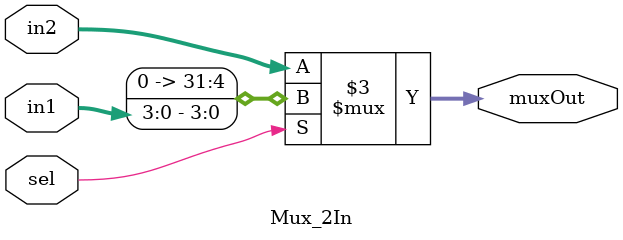
<source format=v>
`timescale 1ns / 1ps


module Mux_2In(
    input [3:0] in1,
    input [31:0] in2,
    input sel,
    output [31:0]muxOut
    );
    
    
    assign muxOut = (sel == 1'b1) ? in1 : in2;
    
endmodule

</source>
